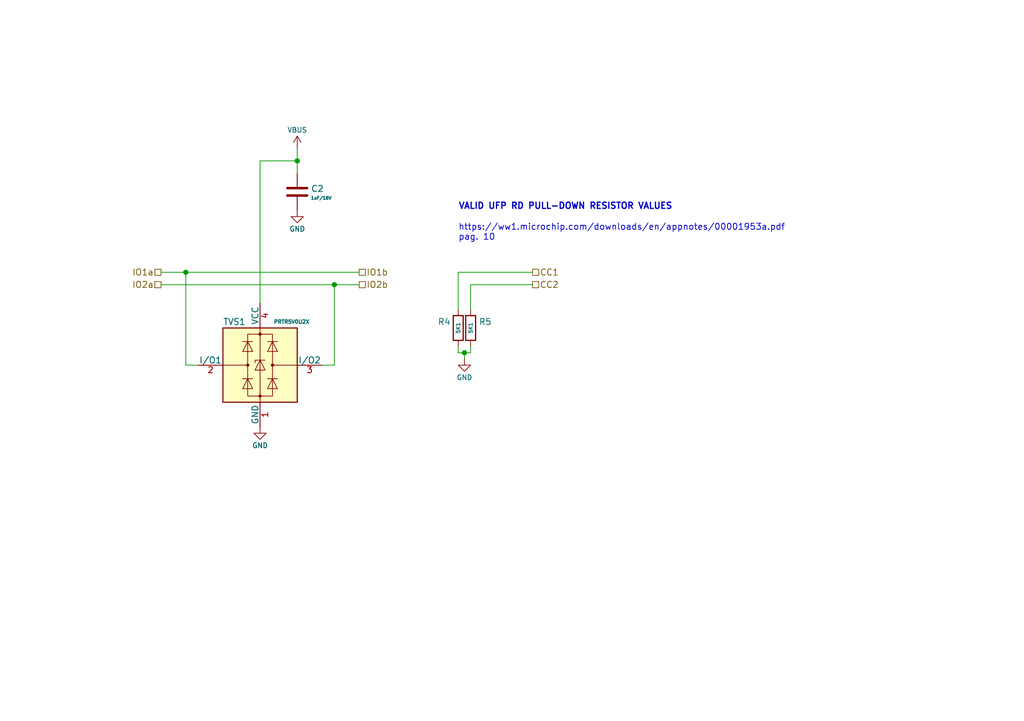
<source format=kicad_sch>
(kicad_sch (version 20211123) (generator eeschema)
  (paper "A5")
  (title_block (title "Double rail-to-rail ESD protection diode with RD CC Resistors") (date "2022-05-03") (rev "0.1") (comment 1 "Owner: Matias Zanches"))
  (lib_symbols
    (symbol "Device:C" (pin_numbers hide) (pin_names (offset 0.254))
      (property "Reference" "C" (at 0.635 2.54 0))
      (property "Value" "C" (at 0.635 -2.54 0))
      (symbol "C_0_1"
        (polyline (pts (xy -2.032 -0.762) (xy 2.032 -0.762)) (stroke (width 0.508)))
        (polyline (pts (xy -2.032 0.762) (xy 2.032 0.762)) (stroke (width 0.508)))
      )
      (symbol "C_1_1"
        (pin passive line (at 0 3.81 270) (length 2.794) (name "~") (number "1"))
        (pin passive line (at 0 -3.81 90) (length 2.794) (name "~") (number "2"))
      )
    )
    (symbol "Device:R" (pin_numbers hide) (pin_names (offset 0))
      (property "Reference" "R" (at 2.032 0 90))
      (property "Value" "R" (at 0 0 90))
      (symbol "R_0_1"
        (rectangle (start -1.016 -2.54) (end 1.016 2.54) (stroke (width 0.254)))
      )
      (symbol "R_1_1"
        (pin passive line (at 0 3.81 270) (length 1.27) (name "~") (number "1"))
        (pin passive line (at 0 -3.81 90) (length 1.27) (name "~") (number "2"))
      )
    )
    (symbol "Power_Protection:PRTR5V0U2X" (pin_names (offset 0))
      (property "Reference" "D" (at 2.794 8.636 0))
      (property "Value" "PRTR5V0U2X" (at 8.128 -9.398 0))
      (symbol "PRTR5V0U2X_0_1"
        (rectangle (start -7.62 -7.62) (end 7.62 7.62) (stroke (width 0.254)) (fill (type background)))
        (circle (center -2.54 0) (radius 0.254) (fill (type outline)))
        (rectangle (start -2.54 6.35) (end 2.54 -6.35))
        (circle (center 0 -6.35) (radius 0.254) (fill (type outline)))
        (polyline (pts (xy -2.54 0) (xy -7.62 0)))
        (polyline (pts (xy -1.524 -2.794) (xy -3.556 -2.794)))
        (polyline (pts (xy -1.524 4.826) (xy -3.556 4.826)))
        (polyline (pts (xy 0 -7.62) (xy 0 7.62)))
        (polyline (pts (xy 1.524 -2.794) (xy 3.556 -2.794)))
        (polyline (pts (xy 1.524 4.826) (xy 3.556 4.826)))
        (polyline (pts (xy 2.54 0) (xy 7.62 0)))
        (polyline (pts (xy 1.016 1.016) (xy -1.016 1.016) (xy -1.016 0.508)))
        (polyline (pts (xy -3.556 -4.826) (xy -1.524 -4.826) (xy -2.54 -2.794) (xy -3.556 -4.826)))
        (polyline (pts (xy -3.556 2.794) (xy -1.524 2.794) (xy -2.54 4.826) (xy -3.556 2.794)))
        (polyline (pts (xy -1.016 -1.016) (xy 1.016 -1.016) (xy 0 1.016) (xy -1.016 -1.016)))
        (polyline (pts (xy 3.556 -4.826) (xy 1.524 -4.826) (xy 2.54 -2.794) (xy 3.556 -4.826)))
        (polyline (pts (xy 3.556 2.794) (xy 1.524 2.794) (xy 2.54 4.826) (xy 3.556 2.794)))
        (circle (center 0 6.35) (radius 0.254) (fill (type outline)))
        (circle (center 2.54 0) (radius 0.254) (fill (type outline)))
      )
      (symbol "PRTR5V0U2X_1_1"
        (pin passive line (at 0 -12.7 90) (length 5.08) (name "GND") (number "1"))
        (pin passive line (at -12.7 0 0) (length 5.08) (name "I/O1") (number "2"))
        (pin passive line (at 12.7 0 180) (length 5.08) (name "I/O2") (number "3"))
        (pin passive line (at 0 12.7 270) (length 5.08) (name "VCC") (number "4"))
      )
    )
    (symbol "power:GND" (power) (pin_names (offset 0))
      (property "Value" "GND" (at 0 -3.81 0))
      (symbol "GND_0_1"
        (polyline (pts (xy 0 0) (xy 0 -1.27) (xy 1.27 -1.27) (xy 0 -2.54) (xy -1.27 -1.27) (xy 0 -1.27)))
      )
      (symbol "GND_1_1"
        (pin power_in line (at 0 0 270) (length 0) hide (name "GND") (number "1"))
      )
    )
    (symbol "power:VBUS" (power) (pin_names (offset 0))
      (property "Value" "VBUS" (at 0 3.81 0))
      (symbol "VBUS_0_1"
        (polyline (pts (xy -0.762 1.27) (xy 0 2.54)))
        (polyline (pts (xy 0 0) (xy 0 2.54)))
        (polyline (pts (xy 0 2.54) (xy 0.762 1.27)))
      )
      (symbol "VBUS_1_1"
        (pin power_in line (at 0 0 90) (length 0) hide (name "VBUS") (number "1"))
      )
    )
  )
  (junction (at 38.1 55.88))
  (junction (at 60.96 33.02))
  (junction (at 95.25 72.39))
  (junction (at 68.58 58.42))
  (wire (pts (xy 68.58 58.42) (xy 73.66 58.42)))
  (wire (pts (xy 38.1 55.88) (xy 38.1 74.93)))
  (wire (pts (xy 60.96 30.48) (xy 60.96 33.02)))
  (wire (pts (xy 53.34 33.02) (xy 53.34 62.23)))
  (wire (pts (xy 96.52 63.5) (xy 96.52 58.42)))
  (wire (pts (xy 93.98 72.39) (xy 95.25 72.39)))
  (wire (pts (xy 95.25 72.39) (xy 96.52 72.39)))
  (wire (pts (xy 93.98 63.5) (xy 93.98 55.88)))
  (wire (pts (xy 93.98 71.12) (xy 93.98 72.39)))
  (wire (pts (xy 40.64 74.93) (xy 38.1 74.93)))
  (wire (pts (xy 33.02 55.88) (xy 38.1 55.88)))
  (wire (pts (xy 60.96 33.02) (xy 60.96 35.56)))
  (wire (pts (xy 95.25 72.39) (xy 95.25 73.66)))
  (wire (pts (xy 68.58 58.42) (xy 68.58 74.93)))
  (wire (pts (xy 66.04 74.93) (xy 68.58 74.93)))
  (wire (pts (xy 33.02 58.42) (xy 68.58 58.42)))
  (wire (pts (xy 96.52 72.39) (xy 96.52 71.12)))
  (wire (pts (xy 53.34 33.02) (xy 60.96 33.02)))
  (wire (pts (xy 96.52 58.42) (xy 109.22 58.42)))
  (wire (pts (xy 38.1 55.88) (xy 73.66 55.88)))
  (wire (pts (xy 93.98 55.88) (xy 109.22 55.88)))
  (text "https://ww1.microchip.com/downloads/en/appnotes/00001953a.pdf\npag. 10" (at 93.98 49.53 0) (effects (font (size 1.27 1.27)) (justify left bottom)))
  (text "VALID UFP RD PULL-DOWN RESISTOR VALUES" (at 93.98 43.18 0) (effects (font (size 1.27 1.27) (thickness 0.254) bold) (justify left bottom)))
  (hierarchical_label "CC1" (shape passive) (at 109.22 55.88 0))
  (hierarchical_label "CC2" (shape passive) (at 109.22 58.42 0))
  (hierarchical_label "IO2b" (shape passive) (at 73.66 58.42 0))
  (hierarchical_label "IO1a" (shape passive) (at 33.02 55.88 180))
  (hierarchical_label "IO2a" (shape passive) (at 33.02 58.42 180))
  (hierarchical_label "IO1b" (shape passive) (at 73.66 55.88 0))
  (symbol (lib_id "Device:R") (at 93.98 67.31 0) (mirror y) (unit 1)
    (property "Reference" "R4" (at 92.456 66.0399 0) (effects (justify left)))
    (property "Value" "5K1" (at 93.98 67.31 90) (effects (font (size 0.762 0.762))))
    (property "Footprint" "Resistor_SMD:R_0402_1005Metric" (effects hide))
    (property "Datasheet" "https://www.yageo.com/upload/media/product/productsearch/datasheet/rchip/PYu-RC_Group_51_RoHS_L_11.pdf" (effects hide))
    (property "Digi-Key" "311-5.10KLRCT-ND" (effects hide))
    (property "LCSC" "C105872" (effects hide))
    (property "Manufacturer" "YAGEO" (effects hide))
    (property "Mouser" "603-RC0402FR-075K1L" (effects hide))
    (property "Part Number" "RC0402FR-075K1L" (effects hide))
    (property "Package_LCSC" "0402" (effects hide))
  )
  (symbol (lib_id "power:VBUS") (at 60.96 30.48 0) (unit 1)
    (property "Reference" "#PWR0304" (effects hide))
    (property "Value" "VBUS" (at 60.96 26.67 0) (effects (font (size 1.016 1.016))))
  )
  (symbol (lib_id "power:GND") (at 53.34 87.63 0) (unit 1)
    (property "Reference" "#PWR0307" (effects hide))
    (property "Value" "GND" (at 53.34 91.44 0) (effects (font (size 1.016 1.016))))
  )
  (symbol (lib_id "Power_Protection:PRTR5V0U2X") (at 53.34 74.93 0) (unit 1)
    (property "Reference" "TVS1" (at 45.72 66.04 0) (effects (justify left)))
    (property "Value" "PRTR5V0U2X" (at 63.5 66.04 0) (effects (font (size 0.762 0.762)) (justify right)))
    (property "Footprint" "Package_TO_SOT_SMD:SOT-143" (effects hide))
    (property "Datasheet" "https://assets.nexperia.com/documents/data-sheet/PRTR5V0U2X.pdf" (effects hide))
    (property "Digi-Key" "1727-3884-1-ND" (effects hide))
    (property "LCSC" "C12333" (effects hide))
    (property "Manufacturer" "Nexperia USA Inc." (effects hide))
    (property "Mouser" "771-PRTR5V0U2X-T/R" (effects hide))
    (property "Part Number" "PRTR5V0U2X,215" (effects hide))
    (property "Package_LCSC" "SOT-143" (effects hide))
  )
  (symbol (lib_id "Device:C") (at 60.96 39.37 0) (mirror y) (unit 1)
    (property "Reference" "C2" (at 63.754 38.7349 0) (effects (justify right)))
    (property "Value" "1uF/16V" (at 63.754 40.64 0) (effects (font (size 0.635 0.635)) (justify right)))
    (property "Footprint" "Capacitor_SMD:C_0402_1005Metric" (effects hide))
    (property "Datasheet" "https://media.digikey.com/pdf/Data%20Sheets/Samsung%20PDFs/CL05A105KO5NNNC_Spec_5-2-19.pdf" (effects hide))
    (property "Manufacturer" "Samsung Electro-Mechanics" (effects hide))
    (property "Part Number" "CL05A105KO5NNNC" (effects hide))
    (property "Digi-Key" "1276-1067-1-ND" (effects hide))
    (property "Mouser" "187-CL05A105KO5NNNC" (effects hide))
    (property "LCSC" "C29266" (effects hide))
    (property "Package_LCSC" "0402" (effects hide))
  )
  (symbol (lib_id "power:GND") (at 95.25 73.66 0) (unit 1)
    (property "Reference" "#PWR0306" (effects hide))
    (property "Value" "GND" (at 95.25 77.47 0) (effects (font (size 1.016 1.016))))
  )
  (symbol (lib_id "power:GND") (at 60.96 43.18 0) (unit 1)
    (property "Reference" "#PWR0305" (effects hide))
    (property "Value" "GND" (at 60.96 46.99 0) (effects (font (size 1.016 1.016))))
  )
  (symbol (lib_id "Device:R") (at 96.52 67.31 0) (mirror y) (unit 1)
    (property "Reference" "R5" (at 98.171 66.0399 0) (effects (justify right)))
    (property "Value" "5K1" (at 96.52 67.31 90) (effects (font (size 0.762 0.762))))
    (property "Footprint" "Resistor_SMD:R_0402_1005Metric" (effects hide))
    (property "Datasheet" "https://www.yageo.com/upload/media/product/productsearch/datasheet/rchip/PYu-RC_Group_51_RoHS_L_11.pdf" (effects hide))
    (property "Digi-Key" "311-5.10KLRCT-ND" (effects hide))
    (property "LCSC" "C105872" (effects hide))
    (property "Manufacturer" "YAGEO" (effects hide))
    (property "Mouser" "603-RC0402FR-075K1L" (effects hide))
    (property "Part Number" "RC0402FR-075K1L" (effects hide))
    (property "Package_LCSC" "0402" (effects hide))
  )
)
</source>
